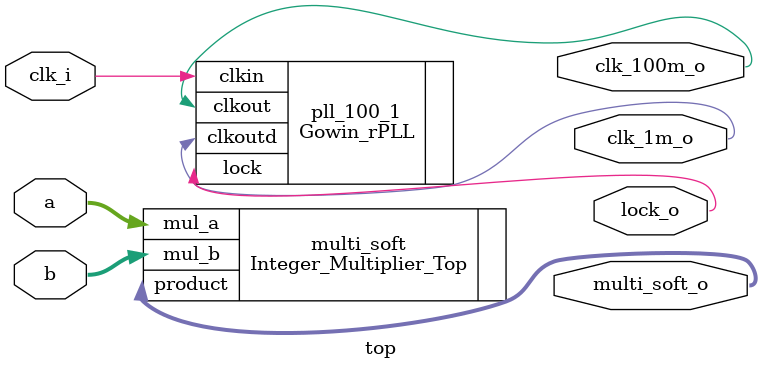
<source format=v>
module top (
	input clk_i,
	output lock_o,
	output clk_1m_o,
	output clk_100m_o,
	input wire [7:0] a,
	input wire [7:0] b,
	output [15:0] multi_soft_o
);


	Gowin_rPLL pll_100_1(
		.clkout(clk_100m_o), //output clkout
		.lock(lock_o), //output lock
		.clkoutd(clk_1m_o), //output clkoutd
		.clkin(clk_i) //input clkin
	);

	Integer_Multiplier_Top multi_soft(
		.mul_a(a), //input [7:0] mul_a
		.mul_b(b), //input [7:0] mul_b
		.product(multi_soft_o) //output [15:0] product
	);

endmodule
</source>
